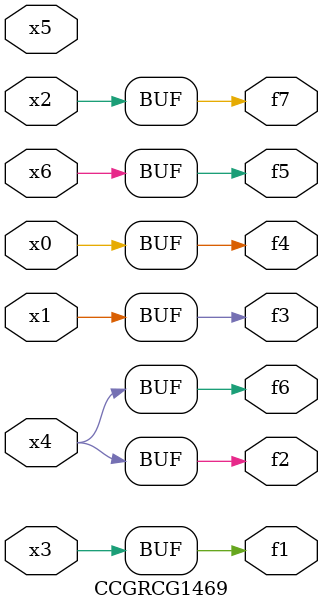
<source format=v>
module CCGRCG1469(
	input x0, x1, x2, x3, x4, x5, x6,
	output f1, f2, f3, f4, f5, f6, f7
);
	assign f1 = x3;
	assign f2 = x4;
	assign f3 = x1;
	assign f4 = x0;
	assign f5 = x6;
	assign f6 = x4;
	assign f7 = x2;
endmodule

</source>
